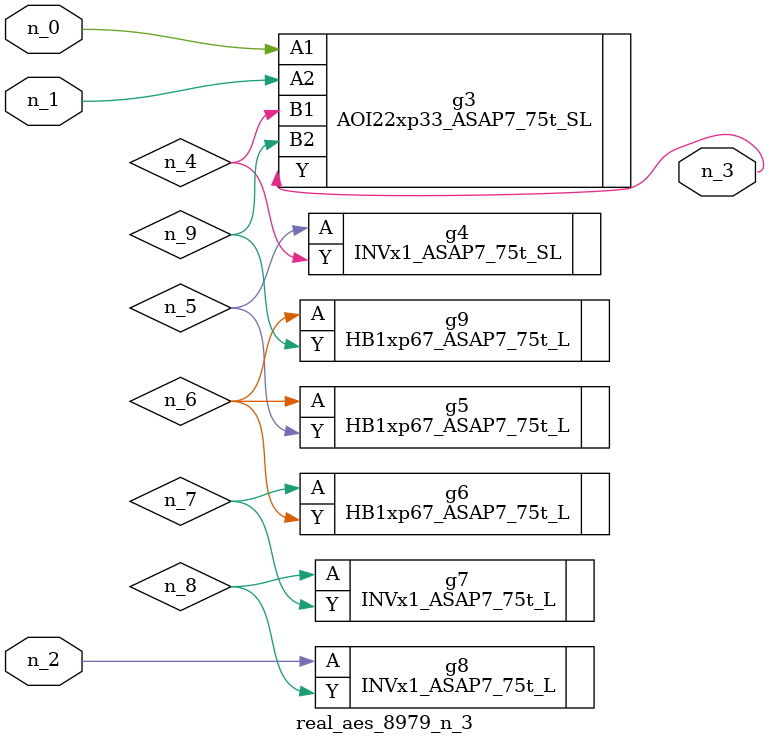
<source format=v>
module real_aes_8979_n_3 (n_0, n_2, n_1, n_3);
input n_0;
input n_2;
input n_1;
output n_3;
wire n_4;
wire n_5;
wire n_7;
wire n_9;
wire n_6;
wire n_8;
AOI22xp33_ASAP7_75t_SL g3 ( .A1(n_0), .A2(n_1), .B1(n_4), .B2(n_9), .Y(n_3) );
INVx1_ASAP7_75t_L g8 ( .A(n_2), .Y(n_8) );
INVx1_ASAP7_75t_SL g4 ( .A(n_5), .Y(n_4) );
HB1xp67_ASAP7_75t_L g5 ( .A(n_6), .Y(n_5) );
HB1xp67_ASAP7_75t_L g9 ( .A(n_6), .Y(n_9) );
HB1xp67_ASAP7_75t_L g6 ( .A(n_7), .Y(n_6) );
INVx1_ASAP7_75t_L g7 ( .A(n_8), .Y(n_7) );
endmodule
</source>
